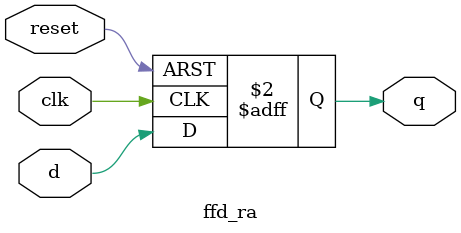
<source format=v>
module ffd_ra (
	input d,
	input clk,
	input reset,
	output q
);
//------------Variables Internas--------
reg q;

//-------------Descripcion---------
always @ (posedge clk or posedge reset)
if (reset) begin
  q <= 1'b0;
end  else begin
  q <= d;
end

endmodule //Fin del modulo

</source>
